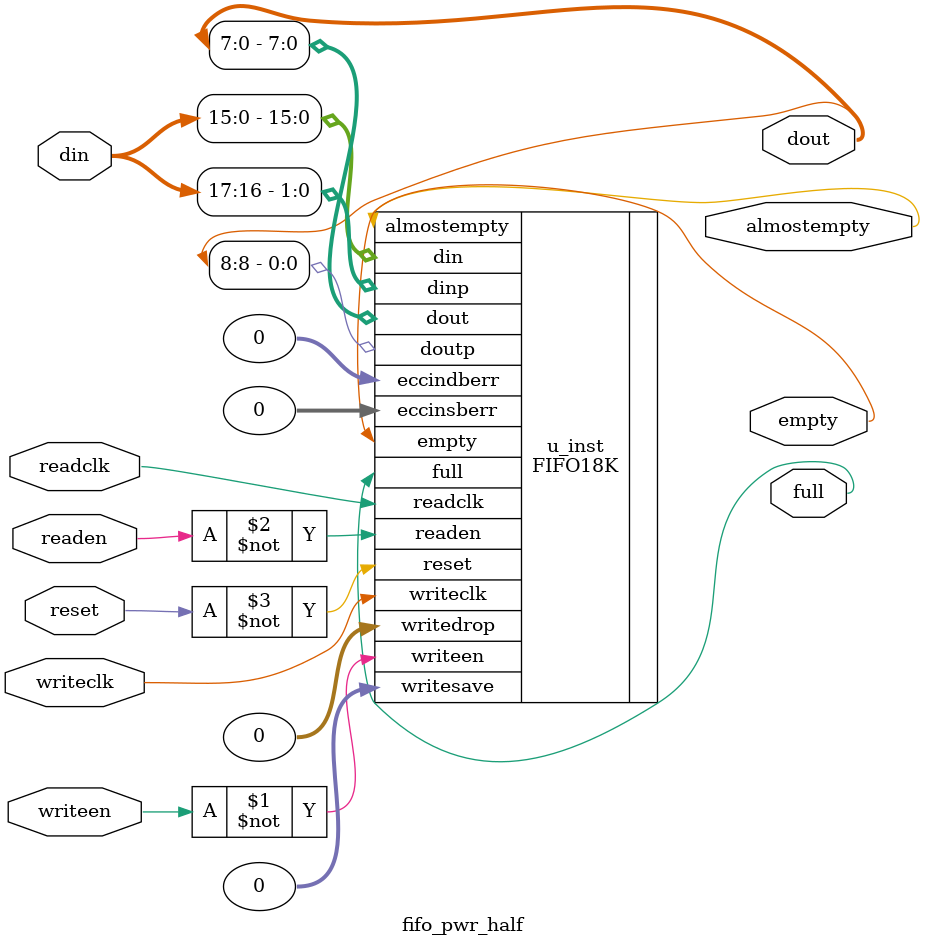
<source format=v>

module fifo_pwr_half(
    dout,
    din,
    writeclk,
    readclk,
    writeen,
    readen,
    reset,
    full,
    empty,
    almostempty
);

output [8:0] dout;
input [17:0] din;
input writeclk;
input readclk;
input writeen;
input readen;
input reset;
output full;
output empty;
output almostempty;

FIFO18K #(
        .almostemptyth (11'b00000111100),
        .almostfullth (10'b0000000010),
        .writewidth (18),
        .readwidth (9),
        .outreg (1'b0),
        .peek (1'b0),
        .readclk_inv (1'b0),
        .writeclk_inv (1'b0),
        .use_parity (1'b1)
)
u_inst (
        .dout (dout[7:0]),
        .doutp (dout[8:8]),
        .din (din[15:0]),
        .dinp (din[17:16]),
        .writeclk (writeclk),
        .readclk (readclk),
        .writeen (~writeen),
        .readen (~readen),
        .reset (~reset),
        .full (full),
        .empty (empty),
        .almostempty (almostempty),
        .writesave (0),
        .writedrop (0),
        .eccindberr (0),
        .eccinsberr (0)
);

endmodule

// ============================================================
//                  fifo Setting
//
// Warning: This part is read by Fuxi, please don't modify it.
// ============================================================
// Device          : H1D03N0L144C7
// Module          : fifo_pwr_half
// IP core         : fifo
// IP Version      : 2

// AlmostEmpty     : true
// AlmostFull      : false
// EmptyAssert     : 6
// EmptyNegate     : 4
// EmptySingle     : 60
// EmptyType       : 1
// FifoType        : hardware
// FullAssert      : 3
// FullNegate      : 2
// FullSingle      : 2
// FullType        : 0
// Fwft            : false
// OverFlow        : false
// PeekMode        : false
// ReadAck         : false
// ReadAddrWidth   : 11
// ReadClr         : false
// ReadCnt         : false
// ReadDataWidth   : 9
// Regout          : false
// RegoutEn        : false
// Simulation Files: 
// Synthesis Files : 
// UnderFlow       : false
// UseHardWare     : true
// WorkMode        : true
// WriteAck        : false
// WriteAddrWidth  : 10
// WriteClr        : false
// WriteCnt        : false
// WriteDataWidth  : 18
// WriteDrop       : false

</source>
